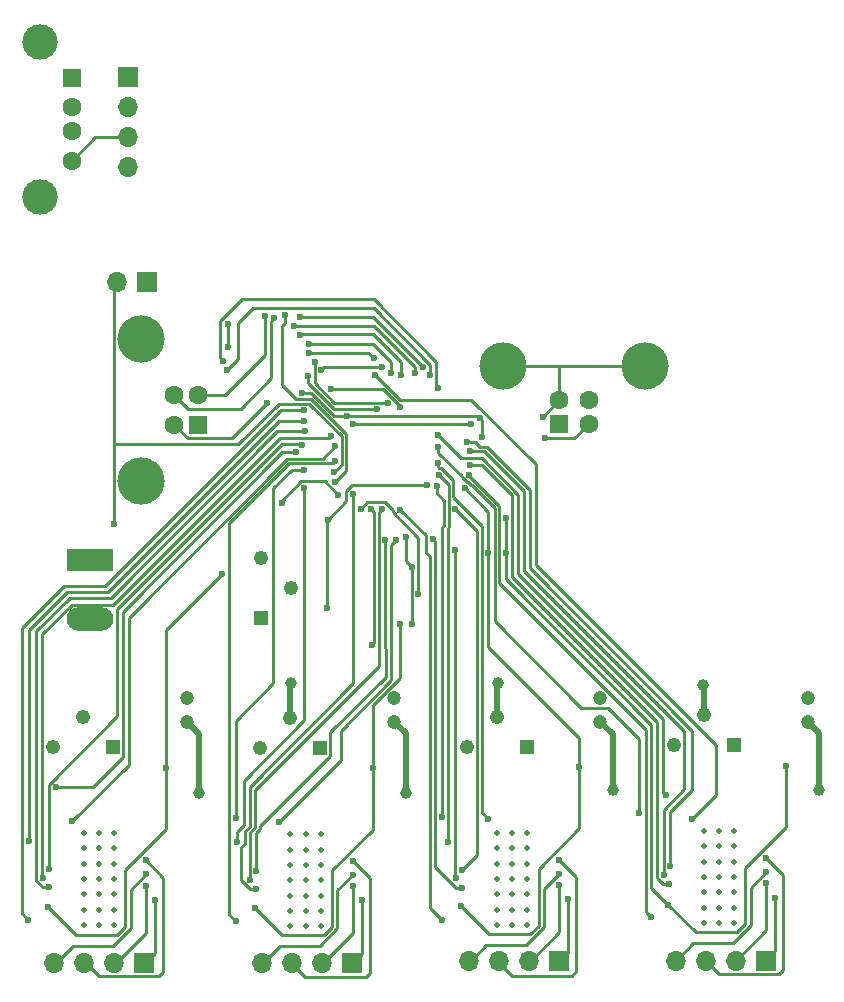
<source format=gbr>
%TF.GenerationSoftware,KiCad,Pcbnew,7.0.10*%
%TF.CreationDate,2024-01-22T08:10:40+01:00*%
%TF.ProjectId,Doodle Drive,446f6f64-6c65-4204-9472-6976652e6b69,1.0V*%
%TF.SameCoordinates,Original*%
%TF.FileFunction,Copper,L2,Bot*%
%TF.FilePolarity,Positive*%
%FSLAX46Y46*%
G04 Gerber Fmt 4.6, Leading zero omitted, Abs format (unit mm)*
G04 Created by KiCad (PCBNEW 7.0.10) date 2024-01-22 08:10:40*
%MOMM*%
%LPD*%
G01*
G04 APERTURE LIST*
%TA.AperFunction,ComponentPad*%
%ADD10R,3.960000X1.980000*%
%TD*%
%TA.AperFunction,ComponentPad*%
%ADD11O,3.960000X1.980000*%
%TD*%
%TA.AperFunction,ComponentPad*%
%ADD12C,1.200000*%
%TD*%
%TA.AperFunction,ComponentPad*%
%ADD13R,1.700000X1.700000*%
%TD*%
%TA.AperFunction,ComponentPad*%
%ADD14O,1.700000X1.700000*%
%TD*%
%TA.AperFunction,ComponentPad*%
%ADD15R,1.600000X1.600000*%
%TD*%
%TA.AperFunction,ComponentPad*%
%ADD16C,1.600000*%
%TD*%
%TA.AperFunction,ComponentPad*%
%ADD17C,4.000000*%
%TD*%
%TA.AperFunction,ComponentPad*%
%ADD18R,1.217000X1.217000*%
%TD*%
%TA.AperFunction,ComponentPad*%
%ADD19C,1.217000*%
%TD*%
%TA.AperFunction,ComponentPad*%
%ADD20C,3.000000*%
%TD*%
%TA.AperFunction,ComponentPad*%
%ADD21C,0.500000*%
%TD*%
%TA.AperFunction,ViaPad*%
%ADD22C,0.600000*%
%TD*%
%TA.AperFunction,ViaPad*%
%ADD23C,1.000000*%
%TD*%
%TA.AperFunction,Conductor*%
%ADD24C,0.250000*%
%TD*%
%TA.AperFunction,Conductor*%
%ADD25C,0.500000*%
%TD*%
G04 APERTURE END LIST*
D10*
%TO.P,J3,1,Pin_1*%
%TO.N,GND*%
X67700000Y-78335000D03*
D11*
%TO.P,J3,2,Pin_2*%
%TO.N,+15V*%
X67700000Y-83335000D03*
%TD*%
D12*
%TO.P,C22,1*%
%TO.N,GND*%
X110917500Y-92000000D03*
%TO.P,C22,2*%
%TO.N,+15V*%
X110917500Y-90000000D03*
%TD*%
D13*
%TO.P,J12,1*%
%TO.N,Net-(U4-AOUT1)*%
X89937500Y-112400000D03*
D14*
%TO.P,J12,2*%
%TO.N,Net-(U4-AOUT2)*%
X87397500Y-112400000D03*
%TO.P,J12,3*%
%TO.N,Net-(U4-BOUT1)*%
X84857500Y-112400000D03*
%TO.P,J12,4*%
%TO.N,Net-(U4-BOUT2)*%
X82317500Y-112400000D03*
%TD*%
D15*
%TO.P,J1,1,VBUS*%
%TO.N,+5V*%
X76887500Y-66850000D03*
D16*
%TO.P,J1,2,D-*%
%TO.N,Net-(J1-D-)*%
X76887500Y-64350000D03*
%TO.P,J1,3,D+*%
%TO.N,Net-(J1-D+)*%
X74887500Y-64350000D03*
%TO.P,J1,4,GND*%
%TO.N,GND*%
X74887500Y-66850000D03*
D17*
%TO.P,J1,5,Shield*%
X72027500Y-71600000D03*
X72027500Y-59600000D03*
%TD*%
D18*
%TO.P,RV6,1,1*%
%TO.N,Net-(U3-AVREF)*%
X104700000Y-94150000D03*
D19*
%TO.P,RV6,2,2*%
%TO.N,GND*%
X102160000Y-91610000D03*
%TO.P,RV6,3,3*%
%TO.N,unconnected-(RV6-Pad3)*%
X99620000Y-94150000D03*
%TD*%
D12*
%TO.P,C32,1*%
%TO.N,GND*%
X75940000Y-92000000D03*
%TO.P,C32,2*%
%TO.N,+15V*%
X75940000Y-90000000D03*
%TD*%
D13*
%TO.P,J6,1*%
%TO.N,+3V3*%
X72525000Y-54750000D03*
D14*
%TO.P,J6,2*%
%TO.N,PB6*%
X69985000Y-54750000D03*
%TD*%
D13*
%TO.P,J9,1*%
%TO.N,Net-(U3-AOUT1)*%
X107417500Y-112305000D03*
D14*
%TO.P,J9,2*%
%TO.N,Net-(U3-AOUT2)*%
X104877500Y-112305000D03*
%TO.P,J9,3*%
%TO.N,Net-(U3-BOUT1)*%
X102337500Y-112305000D03*
%TO.P,J9,4*%
%TO.N,Net-(U3-BOUT2)*%
X99797500Y-112305000D03*
%TD*%
D18*
%TO.P,RV3,1,1*%
%TO.N,Net-(U5-AVREF)*%
X69680000Y-94140000D03*
D19*
%TO.P,RV3,2,2*%
%TO.N,GND*%
X67140000Y-91600000D03*
%TO.P,RV3,3,3*%
%TO.N,unconnected-(RV3-Pad3)*%
X64600000Y-94140000D03*
%TD*%
D12*
%TO.P,C27,1*%
%TO.N,GND*%
X93500000Y-92000000D03*
%TO.P,C27,2*%
%TO.N,+15V*%
X93500000Y-90000000D03*
%TD*%
D18*
%TO.P,RV2,1,1*%
%TO.N,Net-(U4-AVREF)*%
X87227500Y-94190000D03*
D19*
%TO.P,RV2,2,2*%
%TO.N,GND*%
X84687500Y-91650000D03*
%TO.P,RV2,3,3*%
%TO.N,unconnected-(RV2-Pad3)*%
X82147500Y-94190000D03*
%TD*%
D15*
%TO.P,J5,1,VBUS*%
%TO.N,Net-(J5-VBUS)*%
X66240000Y-37500000D03*
D16*
%TO.P,J5,2,D-*%
%TO.N,Net-(J5-D-)*%
X66240000Y-40000000D03*
%TO.P,J5,3,D+*%
%TO.N,Net-(J5-D+)*%
X66240000Y-42000000D03*
%TO.P,J5,4,GND*%
%TO.N,Net-(J5-GND)*%
X66240000Y-44500000D03*
D20*
%TO.P,J5,5,Shield*%
X63530000Y-34430000D03*
X63530000Y-47570000D03*
%TD*%
D21*
%TO.P,U2,30,EXP*%
%TO.N,GND*%
X120987500Y-105150000D03*
%TO.P,U2,31,EXP*%
X120987500Y-106450000D03*
%TO.P,U2,32,EXP*%
X120987500Y-107750000D03*
%TO.P,U2,33,EXP*%
X120987500Y-109050000D03*
%TO.P,U2,34,EXP*%
X120987500Y-103850000D03*
%TO.P,U2,35,EXP*%
X120987500Y-102550000D03*
%TO.P,U2,36,EXP*%
X120987500Y-101250000D03*
%TO.P,U2,37,EXP*%
X122287500Y-109050000D03*
%TO.P,U2,38,EXP*%
X119687500Y-109050000D03*
%TO.P,U2,39,EXP*%
X122287500Y-107750000D03*
%TO.P,U2,40,EXP*%
X119687500Y-107750000D03*
%TO.P,U2,41,EXP*%
X119687500Y-106450000D03*
%TO.P,U2,42,EXP*%
X122287500Y-106450000D03*
%TO.P,U2,43,EXP*%
X122287500Y-105150000D03*
%TO.P,U2,44,EXP*%
X119687500Y-105150000D03*
%TO.P,U2,45,EXP*%
X122287500Y-103850000D03*
%TO.P,U2,46,EXP*%
X119687500Y-103850000D03*
%TO.P,U2,47,EXP*%
X122287500Y-102550000D03*
%TO.P,U2,48,EXP*%
X119687500Y-102550000D03*
%TO.P,U2,49,EXP*%
X122287500Y-101250000D03*
%TO.P,U2,50,EXP*%
X119687500Y-101250000D03*
%TD*%
D13*
%TO.P,J8,1*%
%TO.N,Net-(U2-AOUT1)*%
X124937500Y-112250000D03*
D14*
%TO.P,J8,2*%
%TO.N,Net-(U2-AOUT2)*%
X122397500Y-112250000D03*
%TO.P,J8,3*%
%TO.N,Net-(U2-BOUT1)*%
X119857500Y-112250000D03*
%TO.P,J8,4*%
%TO.N,Net-(U2-BOUT2)*%
X117317500Y-112250000D03*
%TD*%
D18*
%TO.P,RV1,1,1*%
%TO.N,Net-(U2-AVREF)*%
X122227500Y-93985000D03*
D19*
%TO.P,RV1,2,2*%
%TO.N,GND*%
X119687500Y-91445000D03*
%TO.P,RV1,3,3*%
%TO.N,unconnected-(RV1-Pad3)*%
X117147500Y-93985000D03*
%TD*%
D13*
%TO.P,J15,1*%
%TO.N,Net-(U5-AOUT1)*%
X72340000Y-112400000D03*
D14*
%TO.P,J15,2*%
%TO.N,Net-(U5-AOUT2)*%
X69800000Y-112400000D03*
%TO.P,J15,3*%
%TO.N,Net-(U5-BOUT1)*%
X67260000Y-112400000D03*
%TO.P,J15,4*%
%TO.N,Net-(U5-BOUT2)*%
X64720000Y-112400000D03*
%TD*%
D21*
%TO.P,U3,30,EXP*%
%TO.N,GND*%
X103467500Y-105330000D03*
%TO.P,U3,31,EXP*%
X103467500Y-106630000D03*
%TO.P,U3,32,EXP*%
X103467500Y-107930000D03*
%TO.P,U3,33,EXP*%
X103467500Y-109230000D03*
%TO.P,U3,34,EXP*%
X103467500Y-104030000D03*
%TO.P,U3,35,EXP*%
X103467500Y-102730000D03*
%TO.P,U3,36,EXP*%
X103467500Y-101430000D03*
%TO.P,U3,37,EXP*%
X104767500Y-109230000D03*
%TO.P,U3,38,EXP*%
X102167500Y-109230000D03*
%TO.P,U3,39,EXP*%
X104767500Y-107930000D03*
%TO.P,U3,40,EXP*%
X102167500Y-107930000D03*
%TO.P,U3,41,EXP*%
X102167500Y-106630000D03*
%TO.P,U3,42,EXP*%
X104767500Y-106630000D03*
%TO.P,U3,43,EXP*%
X104767500Y-105330000D03*
%TO.P,U3,44,EXP*%
X102167500Y-105330000D03*
%TO.P,U3,45,EXP*%
X104767500Y-104030000D03*
%TO.P,U3,46,EXP*%
X102167500Y-104030000D03*
%TO.P,U3,47,EXP*%
X104767500Y-102730000D03*
%TO.P,U3,48,EXP*%
X102167500Y-102730000D03*
%TO.P,U3,49,EXP*%
X104767500Y-101430000D03*
%TO.P,U3,50,EXP*%
X102167500Y-101430000D03*
%TD*%
%TO.P,U5,30,EXP*%
%TO.N,GND*%
X68490000Y-105330000D03*
%TO.P,U5,31,EXP*%
X68490000Y-106630000D03*
%TO.P,U5,32,EXP*%
X68490000Y-107930000D03*
%TO.P,U5,33,EXP*%
X68490000Y-109230000D03*
%TO.P,U5,34,EXP*%
X68490000Y-104030000D03*
%TO.P,U5,35,EXP*%
X68490000Y-102730000D03*
%TO.P,U5,36,EXP*%
X68490000Y-101430000D03*
%TO.P,U5,37,EXP*%
X69790000Y-109230000D03*
%TO.P,U5,38,EXP*%
X67190000Y-109230000D03*
%TO.P,U5,39,EXP*%
X69790000Y-107930000D03*
%TO.P,U5,40,EXP*%
X67190000Y-107930000D03*
%TO.P,U5,41,EXP*%
X67190000Y-106630000D03*
%TO.P,U5,42,EXP*%
X69790000Y-106630000D03*
%TO.P,U5,43,EXP*%
X69790000Y-105330000D03*
%TO.P,U5,44,EXP*%
X67190000Y-105330000D03*
%TO.P,U5,45,EXP*%
X69790000Y-104030000D03*
%TO.P,U5,46,EXP*%
X67190000Y-104030000D03*
%TO.P,U5,47,EXP*%
X69790000Y-102730000D03*
%TO.P,U5,48,EXP*%
X67190000Y-102730000D03*
%TO.P,U5,49,EXP*%
X69790000Y-101430000D03*
%TO.P,U5,50,EXP*%
X67190000Y-101430000D03*
%TD*%
D15*
%TO.P,J2,1,VBUS*%
%TO.N,+3V3*%
X107462500Y-66787500D03*
D16*
%TO.P,J2,2,D-*%
%TO.N,PA14*%
X109962500Y-66787500D03*
%TO.P,J2,3,D+*%
%TO.N,PA13*%
X109962500Y-64787500D03*
%TO.P,J2,4,GND*%
%TO.N,GND*%
X107462500Y-64787500D03*
D17*
%TO.P,J2,5,Shield*%
X102712500Y-61927500D03*
X114712500Y-61927500D03*
%TD*%
D12*
%TO.P,C18,1*%
%TO.N,GND*%
X128500000Y-92000000D03*
%TO.P,C18,2*%
%TO.N,+15V*%
X128500000Y-90000000D03*
%TD*%
D21*
%TO.P,U4,30,EXP*%
%TO.N,GND*%
X85987500Y-105425000D03*
%TO.P,U4,31,EXP*%
X85987500Y-106725000D03*
%TO.P,U4,32,EXP*%
X85987500Y-108025000D03*
%TO.P,U4,33,EXP*%
X85987500Y-109325000D03*
%TO.P,U4,34,EXP*%
X85987500Y-104125000D03*
%TO.P,U4,35,EXP*%
X85987500Y-102825000D03*
%TO.P,U4,36,EXP*%
X85987500Y-101525000D03*
%TO.P,U4,37,EXP*%
X87287500Y-109325000D03*
%TO.P,U4,38,EXP*%
X84687500Y-109325000D03*
%TO.P,U4,39,EXP*%
X87287500Y-108025000D03*
%TO.P,U4,40,EXP*%
X84687500Y-108025000D03*
%TO.P,U4,41,EXP*%
X84687500Y-106725000D03*
%TO.P,U4,42,EXP*%
X87287500Y-106725000D03*
%TO.P,U4,43,EXP*%
X87287500Y-105425000D03*
%TO.P,U4,44,EXP*%
X84687500Y-105425000D03*
%TO.P,U4,45,EXP*%
X87287500Y-104125000D03*
%TO.P,U4,46,EXP*%
X84687500Y-104125000D03*
%TO.P,U4,47,EXP*%
X87287500Y-102825000D03*
%TO.P,U4,48,EXP*%
X84687500Y-102825000D03*
%TO.P,U4,49,EXP*%
X87287500Y-101525000D03*
%TO.P,U4,50,EXP*%
X84687500Y-101525000D03*
%TD*%
D18*
%TO.P,RV4,1,1*%
%TO.N,unconnected-(RV4-Pad1)*%
X82250000Y-83250000D03*
D19*
%TO.P,RV4,2,2*%
%TO.N,GND*%
X84790000Y-80710000D03*
%TO.P,RV4,3,3*%
%TO.N,PB6*%
X82250000Y-78170000D03*
%TD*%
D13*
%TO.P,J4,1*%
%TO.N,Net-(J5-VBUS)*%
X70990000Y-37460000D03*
D14*
%TO.P,J4,2*%
%TO.N,Net-(J5-D-)*%
X70990000Y-40000000D03*
%TO.P,J4,3*%
%TO.N,Net-(J5-GND)*%
X70990000Y-42540000D03*
%TO.P,J4,4*%
%TO.N,Net-(J5-D+)*%
X70990000Y-45080000D03*
%TD*%
D22*
%TO.N,PH0*%
X95552000Y-81210000D03*
X90656461Y-73979474D03*
%TO.N,~{RST}*%
X91646681Y-85488328D03*
X91504217Y-73973000D03*
D23*
%TO.N,GND*%
X94500000Y-98000000D03*
D22*
X100750000Y-66250000D03*
D23*
X102250000Y-88750000D03*
D22*
X89500000Y-66104000D03*
D23*
X129423000Y-97750000D03*
D22*
X85660882Y-64134818D03*
X100954415Y-67925000D03*
D23*
X77000000Y-98000000D03*
X119625000Y-88875000D03*
D22*
X88750000Y-72802000D03*
X84000000Y-73500000D03*
X95000000Y-83723000D03*
D23*
X112000000Y-97750000D03*
D22*
X94500000Y-76376999D03*
X82750000Y-65000000D03*
X95000000Y-78877002D03*
X106064925Y-66170573D03*
D23*
X84750000Y-88750000D03*
D22*
%TO.N,PB1*%
X114250000Y-99750000D03*
X97223000Y-68745783D03*
%TO.N,PA4*%
X97510000Y-100045000D03*
X97082834Y-72038834D03*
%TO.N,PB9*%
X81810000Y-106145000D03*
X90000000Y-72698000D03*
%TO.N,+3V3*%
X99167500Y-107642500D03*
X109167500Y-95865500D03*
X99500000Y-72250000D03*
X102948000Y-77750000D03*
X116687500Y-107500000D03*
X101467000Y-77750000D03*
X102948000Y-74750000D03*
X78956000Y-79500000D03*
X74190000Y-95926000D03*
X126687500Y-95723000D03*
X64190000Y-107703000D03*
X94023323Y-65325323D03*
X81687500Y-107737500D03*
X87837500Y-82412500D03*
X96250000Y-72000000D03*
X91687500Y-95960500D03*
X88173000Y-63825000D03*
X93986141Y-83750000D03*
X87851500Y-74950500D03*
%TO.N,PB3*%
X64821224Y-97571224D03*
X85181000Y-69189491D03*
%TO.N,PA14*%
X106250000Y-68014502D03*
X100000000Y-66802000D03*
X90000000Y-66802000D03*
%TO.N,PB5*%
X88488000Y-69952000D03*
X80060000Y-108895000D03*
%TO.N,PB6*%
X88431000Y-70887000D03*
X69750000Y-75250000D03*
%TO.N,BOOT0*%
X88500000Y-71698000D03*
X84230682Y-57546000D03*
%TO.N,Net-(J1-D-)*%
X82531573Y-57687779D03*
%TO.N,Net-(U3-AOUT1)*%
X108249162Y-107041920D03*
%TO.N,Net-(U2-AOUT1)*%
X125769162Y-106899420D03*
%TO.N,Net-(U2-AOUT2)*%
X124985500Y-105672148D03*
%TO.N,Net-(U2-BOUT1)*%
X124970640Y-103539570D03*
%TO.N,Net-(U2-BOUT2)*%
X125001112Y-104729828D03*
%TO.N,Net-(U3-AOUT2)*%
X107465500Y-105814648D03*
%TO.N,Net-(U3-BOUT1)*%
X107450640Y-103682070D03*
%TO.N,Net-(U3-BOUT2)*%
X107481112Y-104872328D03*
%TO.N,DIR1*%
X98662000Y-74000000D03*
X99260000Y-104545000D03*
%TO.N,Net-(J1-D+)*%
X83328677Y-57828677D03*
%TO.N,Net-(U4-AOUT1)*%
X90769162Y-107136920D03*
%TO.N,Net-(U4-AOUT2)*%
X89985500Y-105909648D03*
%TO.N,Net-(U4-BOUT1)*%
X89970640Y-103777070D03*
%TO.N,Net-(U4-BOUT2)*%
X90001112Y-104967328D03*
%TO.N,Net-(U5-AOUT1)*%
X73271662Y-107102420D03*
%TO.N,Net-(U5-AOUT2)*%
X72488000Y-105875148D03*
%TO.N,Net-(U5-BOUT1)*%
X72473140Y-103742570D03*
%TO.N,Net-(U5-BOUT2)*%
X72503612Y-104932828D03*
%TO.N,Net-(U7-RST)*%
X79426500Y-58298000D03*
X79426500Y-60287734D03*
%TO.N,PB10*%
X116468474Y-98218474D03*
X97223000Y-67745783D03*
%TO.N,PA7*%
X99848000Y-71122056D03*
X115250000Y-108527000D03*
%TO.N,PA5*%
X98062000Y-102194487D03*
X97262766Y-71107939D03*
%TO.N,PC3*%
X97510000Y-108795000D03*
X93948000Y-74050828D03*
%TO.N,PB8*%
X80158560Y-102185170D03*
X85873000Y-72215615D03*
%TO.N,PC10*%
X62561226Y-102130232D03*
X85850414Y-66545586D03*
%TO.N,PA15*%
X62500000Y-108750000D03*
X85876153Y-65615818D03*
%TO.N,PC2*%
X83750000Y-100500000D03*
X93681000Y-76637000D03*
%TO.N,DIR2*%
X116854000Y-104250000D03*
X99681000Y-68302000D03*
%TO.N,PA2*%
X98614000Y-77500000D03*
X98708000Y-105243000D03*
%TO.N,PA6*%
X101443724Y-100201613D03*
X97227592Y-70105156D03*
%TO.N,DIR3*%
X81810000Y-104645000D03*
X92750000Y-76581657D03*
%TO.N,PB13*%
X79314998Y-62250000D03*
X96517040Y-62623000D03*
%TO.N,DIR4*%
X85725610Y-68579924D03*
X64250000Y-104500000D03*
%TO.N,PB14*%
X85500000Y-57750000D03*
X95965040Y-62000000D03*
%TO.N,PC6*%
X91754354Y-61250000D03*
X86256480Y-60813983D03*
%TO.N,PC7*%
X92968098Y-65031902D03*
X86750000Y-61552000D03*
%TO.N,PC5*%
X116302000Y-104984677D03*
X99898000Y-69121677D03*
%TO.N,PC11*%
X64250000Y-106000000D03*
X85931000Y-67412000D03*
%TO.N,PB15*%
X95234677Y-62484677D03*
X85000000Y-58500000D03*
%TO.N,PB12*%
X97181000Y-63750000D03*
X79000000Y-61500000D03*
%TO.N,PA1*%
X99260000Y-106045000D03*
X96750000Y-76500000D03*
%TO.N,PC8*%
X94067699Y-62623000D03*
X85500000Y-59250000D03*
%TO.N,PC9*%
X93250000Y-62500000D03*
X86250000Y-59996000D03*
%TO.N,PA8*%
X87302000Y-62250000D03*
X92500000Y-62000000D03*
%TO.N,PA9*%
X92000000Y-65552000D03*
X86169002Y-62750000D03*
%TO.N,PA10*%
X91886558Y-62624132D03*
X118750000Y-100221131D03*
%TO.N,PC12*%
X63750000Y-105250000D03*
X88140448Y-67829469D03*
%TO.N,PB4*%
X88488000Y-68682000D03*
X66250000Y-100424131D03*
%TO.N,PB7*%
X85864303Y-70670491D03*
X80060000Y-100145000D03*
%TO.N,PC4*%
X99921072Y-70241000D03*
X116750000Y-105750000D03*
%TO.N,PC0*%
X81310000Y-105395000D03*
X92500000Y-74000000D03*
%TD*%
D24*
%TO.N,PH0*%
X93396000Y-74115354D02*
X92701646Y-73421000D01*
X95552000Y-81210000D02*
X95552000Y-76435474D01*
X91214935Y-73421000D02*
X90656461Y-73979474D01*
X95552000Y-76435474D02*
X93396000Y-74279474D01*
X92701646Y-73421000D02*
X91214935Y-73421000D01*
X93396000Y-74279474D02*
X93396000Y-74115354D01*
%TO.N,~{RST}*%
X91817991Y-74286774D02*
X91504217Y-73973000D01*
X91646681Y-85488328D02*
X91817991Y-85317018D01*
X91817991Y-85317018D02*
X91817991Y-74286774D01*
%TO.N,GND*%
X95000000Y-78877002D02*
X94500000Y-78377002D01*
X76037500Y-68000000D02*
X74887500Y-66850000D01*
D25*
X77000000Y-98000000D02*
X77000000Y-93060000D01*
X102167500Y-91555000D02*
X102167500Y-88832500D01*
D24*
X84000000Y-73500000D02*
X84000000Y-73307969D01*
D25*
X112000000Y-93082500D02*
X110917500Y-92000000D01*
X112000000Y-97750000D02*
X112000000Y-93082500D01*
D24*
X107500000Y-64750000D02*
X107462500Y-64787500D01*
X100954415Y-66454415D02*
X100954415Y-67925000D01*
D25*
X94500000Y-93000000D02*
X93500000Y-92000000D01*
D24*
X94500000Y-78377002D02*
X94500000Y-76376999D01*
X107447998Y-64787500D02*
X106064925Y-66170573D01*
X82750000Y-65000000D02*
X79750000Y-68000000D01*
X95000000Y-83750000D02*
X95000000Y-83723000D01*
X100750000Y-66250000D02*
X100954415Y-66454415D01*
X107462500Y-64787500D02*
X107462500Y-61927500D01*
D25*
X77000000Y-93060000D02*
X75940000Y-92000000D01*
D24*
X85660882Y-64134818D02*
X86451134Y-64134818D01*
D25*
X84687500Y-88687500D02*
X84750000Y-88750000D01*
D24*
X87611615Y-71663615D02*
X88750000Y-72802000D01*
X85644354Y-71663615D02*
X87611615Y-71663615D01*
X95000000Y-78877002D02*
X95000000Y-83750000D01*
X88420316Y-66104000D02*
X89500000Y-66104000D01*
D25*
X94500000Y-98000000D02*
X94500000Y-93000000D01*
D24*
X107462500Y-61927500D02*
X114712500Y-61927500D01*
X107462500Y-64787500D02*
X107447998Y-64787500D01*
X89500000Y-66104000D02*
X100604000Y-66104000D01*
D25*
X102167500Y-88832500D02*
X102250000Y-88750000D01*
X129423000Y-92923000D02*
X128500000Y-92000000D01*
X84687500Y-88687500D02*
X84687500Y-91650000D01*
D24*
X79750000Y-68000000D02*
X76037500Y-68000000D01*
X86451134Y-64134818D02*
X88420316Y-66104000D01*
X84000000Y-73307969D02*
X85644354Y-71663615D01*
X100604000Y-66104000D02*
X100750000Y-66250000D01*
X102712500Y-61927500D02*
X107427500Y-61927500D01*
D25*
X119625000Y-88875000D02*
X119687500Y-88937500D01*
X129423000Y-97750000D02*
X129423000Y-92923000D01*
X119687500Y-88937500D02*
X119687500Y-91445000D01*
D24*
%TO.N,PB1*%
X109352000Y-90852000D02*
X111602000Y-90852000D01*
X111602000Y-90852000D02*
X114250000Y-93500000D01*
X99643298Y-71698000D02*
X99728646Y-71698000D01*
X97223000Y-69223000D02*
X99205121Y-71205121D01*
X99205121Y-71205121D02*
X99205121Y-71259823D01*
X100030646Y-72000000D02*
X100101907Y-72000000D01*
X114250000Y-93500000D02*
X114250000Y-99750000D01*
X99728646Y-71698000D02*
X100030646Y-72000000D01*
X102019000Y-73917093D02*
X102019000Y-83519000D01*
X102019000Y-83519000D02*
X109352000Y-90852000D01*
X97223000Y-68745783D02*
X97223000Y-69223000D01*
X100101907Y-72000000D02*
X102019000Y-73917093D01*
X99205121Y-71259823D02*
X99643298Y-71698000D01*
%TO.N,PA4*%
X97510000Y-75588646D02*
X97510000Y-100045000D01*
X97733000Y-75365646D02*
X97510000Y-75588646D01*
X97733000Y-73317332D02*
X97733000Y-75365646D01*
X97082834Y-72667166D02*
X97733000Y-73317332D01*
X97082834Y-72038834D02*
X97082834Y-72667166D01*
%TO.N,PB9*%
X80560000Y-102645000D02*
X80560000Y-105425646D01*
X81279354Y-106145000D02*
X81810000Y-106145000D01*
X90000000Y-88750000D02*
X81250000Y-97500000D01*
X81250000Y-97500000D02*
X81250000Y-100921842D01*
X80881000Y-102324000D02*
X80560000Y-102645000D01*
X90000000Y-72698000D02*
X90000000Y-88750000D01*
X80560000Y-105425646D02*
X81279354Y-106145000D01*
X81250000Y-100921842D02*
X80881000Y-101290842D01*
X80881000Y-101290842D02*
X80881000Y-102324000D01*
%TO.N,+3V3*%
X123237500Y-109166842D02*
X123237500Y-104350000D01*
X91687500Y-90595658D02*
X91687500Y-95960500D01*
X74190000Y-101103000D02*
X74190000Y-95926000D01*
X78956000Y-79500000D02*
X74190000Y-84266000D01*
X89448000Y-72469354D02*
X89917354Y-72000000D01*
X102948000Y-74750000D02*
X102929000Y-74769000D01*
X116687500Y-107500000D02*
X119037500Y-109850000D01*
X74190000Y-84266000D02*
X74190000Y-95926000D01*
X87851500Y-74950500D02*
X87837500Y-74964500D01*
X109167500Y-93417500D02*
X109167500Y-95865500D01*
X105034342Y-109992500D02*
X105717500Y-109309342D01*
X109167500Y-101042500D02*
X109167500Y-95865500D01*
X87851500Y-74950500D02*
X89448000Y-73354000D01*
X102948000Y-77750000D02*
X102948000Y-79948000D01*
X126687500Y-100900000D02*
X126687500Y-95723000D01*
X70740000Y-104553000D02*
X74190000Y-101103000D01*
X101517500Y-109992500D02*
X105034342Y-109992500D01*
X105717500Y-104492500D02*
X109167500Y-101042500D01*
X89917354Y-72000000D02*
X96250000Y-72000000D01*
X115250000Y-92250000D02*
X115250000Y-106062500D01*
X102948000Y-79948000D02*
X115250000Y-92250000D01*
X84037500Y-110087500D02*
X87554342Y-110087500D01*
X101467000Y-77750000D02*
X101467000Y-74217000D01*
X93986141Y-83750000D02*
X93986141Y-88297017D01*
X92541842Y-63825000D02*
X88173000Y-63825000D01*
X91687500Y-101137500D02*
X91687500Y-95960500D01*
X70740000Y-109369842D02*
X70740000Y-104553000D01*
X88237500Y-109404342D02*
X88237500Y-104587500D01*
X87837500Y-74964500D02*
X87837500Y-82412500D01*
X91662500Y-101162500D02*
X91687500Y-101137500D01*
X123237500Y-104350000D02*
X126687500Y-100900000D01*
X64190000Y-107703000D02*
X66540000Y-110053000D01*
X101467000Y-85717000D02*
X109167500Y-93417500D01*
X93986141Y-88297017D02*
X91687500Y-90595658D01*
X94023323Y-65306481D02*
X92541842Y-63825000D01*
X115250000Y-106062500D02*
X116687500Y-107500000D01*
X88237500Y-104587500D02*
X91662500Y-101162500D01*
X119037500Y-109850000D02*
X122554342Y-109850000D01*
X99167500Y-107642500D02*
X101517500Y-109992500D01*
X81687500Y-107737500D02*
X84037500Y-110087500D01*
X102929000Y-74769000D02*
X102929000Y-77731000D01*
X70056842Y-110053000D02*
X70740000Y-109369842D01*
X89448000Y-73354000D02*
X89448000Y-72469354D01*
X122554342Y-109850000D02*
X123237500Y-109166842D01*
X101467000Y-77750000D02*
X101467000Y-85717000D01*
X94023323Y-65325323D02*
X94023323Y-65306481D01*
X101467000Y-74217000D02*
X99500000Y-72250000D01*
X66540000Y-110053000D02*
X70056842Y-110053000D01*
X87554342Y-110087500D02*
X88237500Y-109404342D01*
X105717500Y-109309342D02*
X105717500Y-104492500D01*
X102929000Y-77731000D02*
X102948000Y-77750000D01*
%TO.N,PB3*%
X67969776Y-97571224D02*
X64821224Y-97571224D01*
X70540500Y-82672925D02*
X70540500Y-95000500D01*
X84023934Y-69189491D02*
X70540500Y-82672925D01*
X85181000Y-69189491D02*
X84023934Y-69189491D01*
X70540500Y-95000500D02*
X67969776Y-97571224D01*
%TO.N,PA14*%
X90000000Y-66802000D02*
X100000000Y-66802000D01*
X108735498Y-68014502D02*
X109962500Y-66787500D01*
X106250000Y-68014502D02*
X108735498Y-68014502D01*
%TO.N,PB5*%
X88488000Y-69952000D02*
X88321509Y-70118491D01*
X88321509Y-70118491D02*
X84595930Y-70118491D01*
X79508000Y-108343000D02*
X80060000Y-108895000D01*
X79508000Y-75206421D02*
X79508000Y-108343000D01*
X84595930Y-70118491D02*
X79508000Y-75206421D01*
%TO.N,PB6*%
X69750000Y-75250000D02*
X69775500Y-75224500D01*
X89040000Y-67790000D02*
X86313818Y-65063818D01*
X80266579Y-68500000D02*
X69775500Y-68500000D01*
X83702761Y-65063818D02*
X80266579Y-68500000D01*
X86313818Y-65063818D02*
X83702761Y-65063818D01*
X89040000Y-70278000D02*
X89040000Y-67790000D01*
X69775500Y-54959500D02*
X69985000Y-54750000D01*
X69775500Y-68500000D02*
X69775500Y-60750000D01*
X88431000Y-70887000D02*
X89040000Y-70278000D01*
X69775500Y-75224500D02*
X69775500Y-60750000D01*
X69775500Y-60750000D02*
X69775500Y-54959500D01*
%TO.N,BOOT0*%
X84230682Y-58238672D02*
X84000000Y-58469354D01*
X84000000Y-58469354D02*
X84000000Y-63500000D01*
X84230682Y-57546000D02*
X84230682Y-58238672D01*
X85186818Y-64686818D02*
X86469977Y-64686818D01*
X86469977Y-64686818D02*
X89417000Y-67633842D01*
X84000000Y-63500000D02*
X85186818Y-64686818D01*
X89417000Y-67633842D02*
X89417000Y-70781000D01*
X89417000Y-70781000D02*
X88500000Y-71698000D01*
%TO.N,Net-(J1-D-)*%
X82531573Y-57687779D02*
X82531573Y-60968427D01*
X79150000Y-64350000D02*
X76887500Y-64350000D01*
X82531573Y-60968427D02*
X79150000Y-64350000D01*
%TO.N,Net-(U3-AOUT1)*%
X107417500Y-112392500D02*
X108249162Y-111560838D01*
X108249162Y-111560838D02*
X108249162Y-107041920D01*
%TO.N,Net-(U2-AOUT1)*%
X125769162Y-111418338D02*
X125769162Y-106899420D01*
X124937500Y-112250000D02*
X125769162Y-111418338D01*
%TO.N,Net-(U2-AOUT2)*%
X122397500Y-112250000D02*
X124985500Y-109662000D01*
X124985500Y-109662000D02*
X124985500Y-105672148D01*
%TO.N,Net-(U2-BOUT1)*%
X126437500Y-113000000D02*
X126085500Y-113352000D01*
X120959500Y-113352000D02*
X119857500Y-112250000D01*
X124970640Y-103539570D02*
X126437500Y-105006430D01*
X126085500Y-113352000D02*
X120959500Y-113352000D01*
X126437500Y-105006430D02*
X126437500Y-113000000D01*
%TO.N,Net-(U2-BOUT2)*%
X123687500Y-109250000D02*
X122187500Y-110750000D01*
X123687500Y-106043440D02*
X123687500Y-109250000D01*
X122187500Y-110750000D02*
X118817500Y-110750000D01*
X125001112Y-104729828D02*
X123687500Y-106043440D01*
X118817500Y-110750000D02*
X117317500Y-112250000D01*
%TO.N,Net-(U3-AOUT2)*%
X104877500Y-112392500D02*
X107465500Y-109804500D01*
X107465500Y-109804500D02*
X107465500Y-105814648D01*
%TO.N,Net-(U3-BOUT1)*%
X108917500Y-105148930D02*
X108917500Y-113142500D01*
X107450640Y-103682070D02*
X108917500Y-105148930D01*
X108565500Y-113494500D02*
X103439500Y-113494500D01*
X103439500Y-113494500D02*
X102337500Y-112392500D01*
X108917500Y-113142500D02*
X108565500Y-113494500D01*
%TO.N,Net-(U3-BOUT2)*%
X106167500Y-106185940D02*
X106167500Y-109392500D01*
X101297500Y-110892500D02*
X99797500Y-112392500D01*
X104667500Y-110892500D02*
X101297500Y-110892500D01*
X106167500Y-109392500D02*
X104667500Y-110892500D01*
X107481112Y-104872328D02*
X106167500Y-106185940D01*
%TO.N,DIR1*%
X100480500Y-103324500D02*
X99260000Y-104545000D01*
X98662000Y-74000000D02*
X100480500Y-75818500D01*
X100480500Y-75818500D02*
X100480500Y-103324500D01*
%TO.N,Net-(J1-D+)*%
X75939500Y-65439500D02*
X75939500Y-65402000D01*
X83328677Y-57828677D02*
X83083573Y-58073781D01*
X80500000Y-65500000D02*
X76000000Y-65500000D01*
X83083573Y-62916427D02*
X80500000Y-65500000D01*
X75939500Y-65402000D02*
X74887500Y-64350000D01*
X83083573Y-58073781D02*
X83083573Y-62916427D01*
X76000000Y-65500000D02*
X75939500Y-65439500D01*
%TO.N,Net-(U4-AOUT1)*%
X89937500Y-112487500D02*
X90769162Y-111655838D01*
X90769162Y-111655838D02*
X90769162Y-107136920D01*
%TO.N,Net-(U4-AOUT2)*%
X87397500Y-112487500D02*
X89985500Y-109899500D01*
X89985500Y-109899500D02*
X89985500Y-105909648D01*
%TO.N,Net-(U4-BOUT1)*%
X91085500Y-113589500D02*
X85959500Y-113589500D01*
X89970640Y-103777070D02*
X91437500Y-105243930D01*
X91437500Y-105243930D02*
X91437500Y-113237500D01*
X91437500Y-113237500D02*
X91085500Y-113589500D01*
X85959500Y-113589500D02*
X84857500Y-112487500D01*
%TO.N,Net-(U4-BOUT2)*%
X88687500Y-109487500D02*
X87187500Y-110987500D01*
X83817500Y-110987500D02*
X82317500Y-112487500D01*
X88687500Y-106280940D02*
X88687500Y-109487500D01*
X87187500Y-110987500D02*
X83817500Y-110987500D01*
X90001112Y-104967328D02*
X88687500Y-106280940D01*
%TO.N,Net-(U5-AOUT1)*%
X73271662Y-111621338D02*
X73271662Y-107102420D01*
X72440000Y-112453000D02*
X73271662Y-111621338D01*
%TO.N,Net-(U5-AOUT2)*%
X69900000Y-112453000D02*
X72488000Y-109865000D01*
X72488000Y-109865000D02*
X72488000Y-105875148D01*
%TO.N,Net-(U5-BOUT1)*%
X73940000Y-105209430D02*
X73940000Y-113203000D01*
X72473140Y-103742570D02*
X73940000Y-105209430D01*
X73940000Y-113203000D02*
X73588000Y-113555000D01*
X68462000Y-113555000D02*
X67360000Y-112453000D01*
X73588000Y-113555000D02*
X68462000Y-113555000D01*
%TO.N,Net-(U5-BOUT2)*%
X69690000Y-110953000D02*
X66320000Y-110953000D01*
X72503612Y-104932828D02*
X71190000Y-106246440D01*
X66320000Y-110953000D02*
X64820000Y-112453000D01*
X71190000Y-109453000D02*
X69690000Y-110953000D01*
X71190000Y-106246440D02*
X71190000Y-109453000D01*
%TO.N,Net-(U7-RST)*%
X79426500Y-58298000D02*
X79426500Y-60287734D01*
%TO.N,PB10*%
X97245783Y-67745783D02*
X99189000Y-69689000D01*
X104000000Y-79500000D02*
X116287000Y-91787000D01*
X99189000Y-69689000D02*
X100906304Y-69689000D01*
X104000000Y-72782696D02*
X104000000Y-79500000D01*
X116287000Y-98037000D02*
X116468474Y-98218474D01*
X97223000Y-67745783D02*
X97245783Y-67745783D01*
X100906304Y-69689000D02*
X104000000Y-72782696D01*
X116287000Y-91787000D02*
X116287000Y-98037000D01*
%TO.N,PA7*%
X99848000Y-71122056D02*
X99848000Y-71212935D01*
X102396000Y-80273590D02*
X114802000Y-92679590D01*
X114802000Y-108079000D02*
X115250000Y-108527000D01*
X114802000Y-92679590D02*
X114802000Y-108079000D01*
X102396000Y-73760935D02*
X102396000Y-80273590D01*
X99848000Y-71212935D02*
X102396000Y-73760935D01*
%TO.N,PA5*%
X98062000Y-102194487D02*
X98062000Y-75569805D01*
X98110000Y-75521805D02*
X98110000Y-71955173D01*
X98062000Y-75569805D02*
X98110000Y-75521805D01*
X98110000Y-71955173D02*
X97262766Y-71107939D01*
%TO.N,PC3*%
X93948000Y-74050828D02*
X94006475Y-74050828D01*
X96500000Y-78000000D02*
X96500000Y-98000000D01*
X96500000Y-98000000D02*
X96500000Y-107785000D01*
X94006475Y-74050828D02*
X96177598Y-76221951D01*
X96500000Y-107785000D02*
X97510000Y-108795000D01*
X96177598Y-77677598D02*
X96500000Y-78000000D01*
X96177598Y-76221951D02*
X96177598Y-77677598D01*
%TO.N,PB8*%
X80750000Y-100750000D02*
X80158560Y-101341440D01*
X80158560Y-101341440D02*
X80158560Y-102185170D01*
X80750000Y-97000000D02*
X80750000Y-100750000D01*
X80750000Y-97000000D02*
X85873000Y-91877000D01*
X85873000Y-91877000D02*
X85873000Y-72215615D01*
%TO.N,PC10*%
X62561226Y-84221932D02*
X62561226Y-102130232D01*
X85850414Y-66545586D02*
X83704414Y-66545586D01*
X69250000Y-81000000D02*
X65783158Y-81000000D01*
X83704414Y-66545586D02*
X69250000Y-81000000D01*
X65783158Y-81000000D02*
X62561226Y-84221932D01*
%TO.N,PA15*%
X85876153Y-65615818D02*
X83884182Y-65615818D01*
X61948000Y-84052000D02*
X61948000Y-108198000D01*
X69000000Y-80500000D02*
X65500000Y-80500000D01*
X65500000Y-80500000D02*
X61948000Y-84052000D01*
X83884182Y-65615818D02*
X69000000Y-80500000D01*
X61948000Y-108198000D02*
X62500000Y-108750000D01*
%TO.N,PC2*%
X93255917Y-88494083D02*
X89000000Y-92750000D01*
X93255917Y-77062083D02*
X93255917Y-88494083D01*
X93681000Y-76637000D02*
X93255917Y-77062083D01*
X89000000Y-95250000D02*
X83750000Y-100500000D01*
X89000000Y-92750000D02*
X89000000Y-95250000D01*
%TO.N,DIR2*%
X100744677Y-68744677D02*
X101321836Y-68744677D01*
X118750000Y-92750000D02*
X118750000Y-97750000D01*
X105000000Y-79000000D02*
X118750000Y-92750000D01*
X101321836Y-68744677D02*
X105000000Y-72422841D01*
X118750000Y-97750000D02*
X116854000Y-99646000D01*
X100302000Y-68302000D02*
X100744677Y-68744677D01*
X105000000Y-72422841D02*
X105000000Y-79000000D01*
X99681000Y-68302000D02*
X100302000Y-68302000D01*
X116854000Y-99646000D02*
X116854000Y-104250000D01*
%TO.N,PA2*%
X98614000Y-105149000D02*
X98708000Y-105243000D01*
X98614000Y-77500000D02*
X98614000Y-105149000D01*
%TO.N,PA6*%
X100915000Y-99672889D02*
X101443724Y-100201613D01*
X97305939Y-70555939D02*
X97491412Y-70555939D01*
X100915000Y-75415000D02*
X100915000Y-99672889D01*
X101548387Y-100201613D02*
X101443724Y-100201613D01*
X98487000Y-71551527D02*
X98487000Y-72987000D01*
X98487000Y-72987000D02*
X100915000Y-75415000D01*
X97227592Y-70477592D02*
X97305939Y-70555939D01*
X97491412Y-70555939D02*
X98487000Y-71551527D01*
X97227592Y-70105156D02*
X97227592Y-70477592D01*
%TO.N,DIR3*%
X92792775Y-88207225D02*
X88088000Y-92912000D01*
X82127000Y-100873000D02*
X82127000Y-101111158D01*
X82127000Y-101111158D02*
X81810000Y-101428158D01*
X92750000Y-76581657D02*
X92750000Y-85785166D01*
X92750000Y-85785166D02*
X92792775Y-85827941D01*
X88088000Y-94912000D02*
X82127000Y-100873000D01*
X81810000Y-101428158D02*
X81810000Y-104645000D01*
X88088000Y-92912000D02*
X88088000Y-94912000D01*
X92792775Y-85827941D02*
X92792775Y-88207225D01*
%TO.N,PB13*%
X80250000Y-58250000D02*
X81506000Y-56994000D01*
X80250000Y-61314998D02*
X80250000Y-58250000D01*
X91745686Y-57000000D02*
X96517040Y-61771354D01*
X79314998Y-62250000D02*
X80250000Y-61314998D01*
X84465328Y-57000000D02*
X91745686Y-57000000D01*
X81506000Y-56994000D02*
X84459328Y-56994000D01*
X96517040Y-61771354D02*
X96517040Y-62623000D01*
X84459328Y-56994000D02*
X84465328Y-57000000D01*
%TO.N,DIR4*%
X84028500Y-68471500D02*
X85617186Y-68471500D01*
X70058371Y-82441629D02*
X84028500Y-68471500D01*
X85617186Y-68471500D02*
X85725610Y-68579924D01*
X70058371Y-91553431D02*
X70058371Y-82441629D01*
X64250000Y-104500000D02*
X64250000Y-97361802D01*
X64250000Y-97361802D02*
X70058371Y-91553431D01*
%TO.N,PB14*%
X95965040Y-62000000D02*
X91715040Y-57750000D01*
X91715040Y-57750000D02*
X85500000Y-57750000D01*
%TO.N,PC6*%
X91254354Y-60750000D02*
X91754354Y-61250000D01*
X86256480Y-60813983D02*
X86320463Y-60750000D01*
X86320463Y-60750000D02*
X91254354Y-60750000D01*
%TO.N,PC7*%
X88382632Y-65000000D02*
X86750000Y-63367368D01*
X86750000Y-63367368D02*
X86750000Y-61552000D01*
X92968098Y-65031902D02*
X92936196Y-65000000D01*
X92936196Y-65000000D02*
X88382632Y-65000000D01*
%TO.N,PC5*%
X99898000Y-69121677D02*
X101128323Y-69121677D01*
X118008000Y-92758000D02*
X104500000Y-79250000D01*
X116302000Y-104984677D02*
X116302000Y-99448000D01*
X104500000Y-72493354D02*
X101128323Y-69121677D01*
X104500000Y-79250000D02*
X104500000Y-72493354D01*
X118008000Y-97742000D02*
X118008000Y-92758000D01*
X116302000Y-99448000D02*
X118008000Y-97742000D01*
%TO.N,PC11*%
X63198000Y-105478646D02*
X63198000Y-84335158D01*
X63198000Y-84335158D02*
X66033158Y-81500000D01*
X69500000Y-81500000D02*
X83588000Y-67412000D01*
X66033158Y-81500000D02*
X69500000Y-81500000D01*
X64250000Y-106000000D02*
X63719354Y-106000000D01*
X83588000Y-67412000D02*
X85931000Y-67412000D01*
X63719354Y-106000000D02*
X63198000Y-105478646D01*
%TO.N,PB15*%
X91750000Y-58500000D02*
X85000000Y-58500000D01*
X95234677Y-61984677D02*
X91750000Y-58500000D01*
X95234677Y-62484677D02*
X95234677Y-61984677D01*
%TO.N,PB12*%
X97181000Y-63750000D02*
X97069040Y-63638040D01*
X97069040Y-61569040D02*
X91750000Y-56250000D01*
X97069040Y-63638040D02*
X97069040Y-61569040D01*
X91750000Y-56250000D02*
X80615354Y-56250000D01*
X78750000Y-58115354D02*
X78750000Y-61250000D01*
X80615354Y-56250000D02*
X78750000Y-58115354D01*
X78750000Y-61250000D02*
X79000000Y-61500000D01*
%TO.N,PA1*%
X96958000Y-76708000D02*
X96958000Y-104273646D01*
X98729354Y-106045000D02*
X99260000Y-106045000D01*
X96750000Y-76500000D02*
X96958000Y-76708000D01*
X96958000Y-104273646D02*
X98729354Y-106045000D01*
%TO.N,PC8*%
X85552000Y-59198000D02*
X85500000Y-59250000D01*
X94067699Y-62623000D02*
X94067699Y-61567699D01*
X94067699Y-61567699D02*
X91698000Y-59198000D01*
X91698000Y-59198000D02*
X85552000Y-59198000D01*
%TO.N,PC9*%
X93250000Y-61533158D02*
X93250000Y-62500000D01*
X86250000Y-59996000D02*
X91712842Y-59996000D01*
X91712842Y-59996000D02*
X93250000Y-61533158D01*
%TO.N,PA8*%
X87552000Y-62000000D02*
X92500000Y-62000000D01*
X87302000Y-62250000D02*
X87552000Y-62000000D01*
%TO.N,PA9*%
X86169002Y-62535352D02*
X86169002Y-62750000D01*
X92000000Y-65552000D02*
X88401474Y-65552000D01*
X86169002Y-63319528D02*
X86169002Y-62750000D01*
X88401474Y-65552000D02*
X86169002Y-63319528D01*
%TO.N,PA10*%
X100030646Y-64750000D02*
X105500000Y-70219354D01*
X91886558Y-62636558D02*
X94000000Y-64750000D01*
X105500000Y-78750000D02*
X120735565Y-93985565D01*
X105500000Y-70219354D02*
X105500000Y-78750000D01*
X120735565Y-98235565D02*
X118750000Y-100221131D01*
X120735565Y-93985565D02*
X120735565Y-98235565D01*
X91886558Y-62624132D02*
X91886558Y-62636558D01*
X94000000Y-64750000D02*
X100030646Y-64750000D01*
%TO.N,PC12*%
X83786000Y-67964000D02*
X69657000Y-82093000D01*
X88140448Y-67829469D02*
X88005917Y-67964000D01*
X88005917Y-67964000D02*
X83786000Y-67964000D01*
X63698000Y-105198000D02*
X63750000Y-105250000D01*
X63698000Y-84590547D02*
X63698000Y-105198000D01*
X69657000Y-82093000D02*
X66195547Y-82093000D01*
X66195547Y-82093000D02*
X63698000Y-84590547D01*
%TO.N,PB4*%
X71000000Y-95674131D02*
X71000000Y-83181263D01*
X66250000Y-100424131D02*
X71000000Y-95674131D01*
X84439772Y-69741491D02*
X87428509Y-69741491D01*
X71000000Y-83181263D02*
X84439772Y-69741491D01*
X87428509Y-69741491D02*
X88488000Y-68682000D01*
%TO.N,PB7*%
X80060000Y-100145000D02*
X80060000Y-91940000D01*
X84829509Y-70670491D02*
X85864303Y-70670491D01*
X83250000Y-72250000D02*
X84829509Y-70670491D01*
X83250000Y-88750000D02*
X83250000Y-72250000D01*
X80060000Y-91940000D02*
X83250000Y-88750000D01*
%TO.N,PC4*%
X115750000Y-92000000D02*
X115750000Y-105250000D01*
X116250000Y-105750000D02*
X116750000Y-105750000D01*
X100925146Y-70241000D02*
X103500000Y-72815854D01*
X99921072Y-70241000D02*
X100925146Y-70241000D01*
X115750000Y-105250000D02*
X116250000Y-105750000D01*
X103500000Y-72815854D02*
X103500000Y-79750000D01*
X103500000Y-79750000D02*
X115750000Y-92000000D01*
%TO.N,PC0*%
X81258000Y-101447000D02*
X81258000Y-105343000D01*
X81750000Y-100955000D02*
X81258000Y-101447000D01*
X92500000Y-74000000D02*
X92198000Y-74302000D01*
X92198000Y-87302000D02*
X81750000Y-97750000D01*
X81258000Y-105343000D02*
X81310000Y-105395000D01*
X92198000Y-74302000D02*
X92198000Y-87302000D01*
X81750000Y-97750000D02*
X81750000Y-100955000D01*
%TO.N,Net-(J5-GND)*%
X68200000Y-42540000D02*
X66240000Y-44500000D01*
X70990000Y-42540000D02*
X68200000Y-42540000D01*
%TD*%
M02*

</source>
